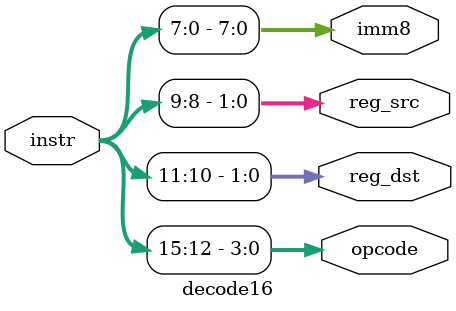
<source format=v>
module decode16(
    input  wire [15:0] instr,
    output wire [3:0]  opcode,
    output wire [1:0]  reg_dst,
    output wire [1:0]  reg_src,
    output wire [7:0]  imm8
);
    assign opcode  = instr[15:12];
    assign reg_dst = instr[11:10];
    assign reg_src = instr[9:8];
    assign imm8    = instr[7:0];
endmodule

</source>
